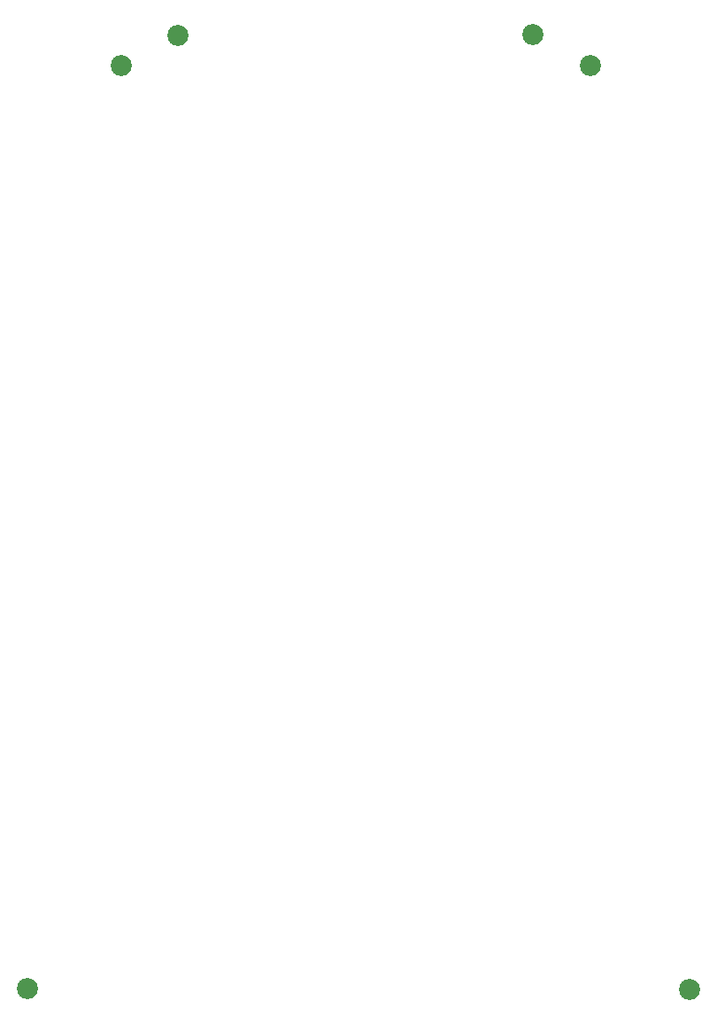
<source format=gbl>
G04 MADE WITH FRITZING*
G04 WWW.FRITZING.ORG*
G04 DOUBLE SIDED*
G04 HOLES PLATED*
G04 CONTOUR ON CENTER OF CONTOUR VECTOR*
%ASAXBY*%
%FSLAX23Y23*%
%MOIN*%
%OFA0B0*%
%SFA1.0B1.0*%
%ADD10C,0.079370*%
%LNCOPPER0*%
G90*
G70*
G54D10*
X2559Y87D03*
X2186Y3562D03*
X1971Y3679D03*
X633Y3674D03*
X67Y88D03*
X419Y3563D03*
G04 End of Copper0*
M02*
</source>
